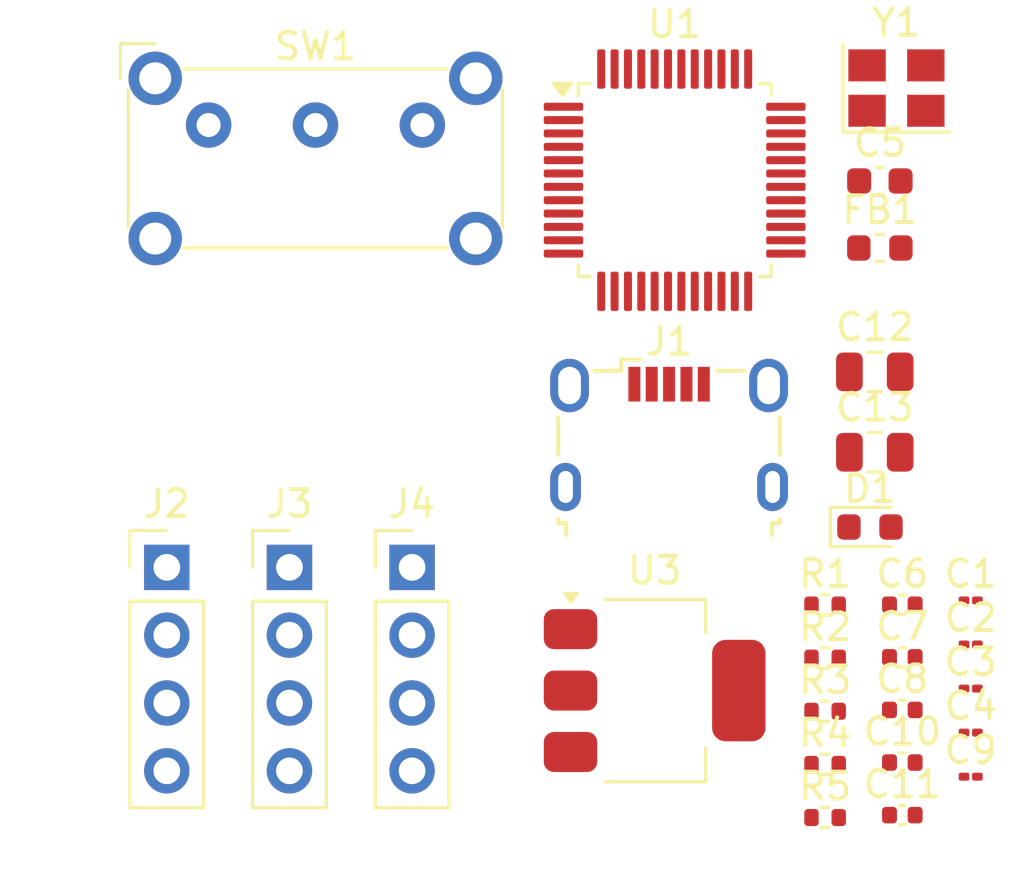
<source format=kicad_pcb>
(kicad_pcb (version 20241229) (generator "pcbnew") (generator_version "9.0")
  (layers (0 "F.Cu" signal) (2 "B.Cu" power) (13 "F.Paste" user) (15 "B.Paste" user) (5 "F.SilkS" user "F.Silkscreen") (7 "B.SilkS" user "B.Silkscreen") (1 "F.Mask" user) (3 "B.Mask" user) (25 "Edge.Cuts" user))
  (net 0 "")
  (net 1 "GND")
  (net 2 "+3.3V")
  (net 3 "+3.3VA")
  (net 4 "/ NRST")
  (net 5 "/HSE_IN")
  (net 6 "/HSE_OUT")
  (net 7 "VBUS")
  (net 8 "/POWER_LED_K")
  (net 11 "/USB_D-")
  (net 15 "/USB_D+")
  (net 16 "/SWDIO")
  (net 17 "/SWCLK")
  (net 18 "/USART1_RX")
  (net 19 "/USART1_TX")
  (net 20 "/I2C2_SDA")
  (net 21 "/I2C2_SCL")
  (net 22 "/BOOT0")
  (net 23 "/SW_BOOT0")
  (footprint "Capacitor_SMD:C_0402_1005Metric" (layer "F.Cu") (at 159.665 107.53)
    (property "Reference" "C7" (at 0 -1.16 0) (layer "F.SilkS"))
    (property "Value" "1u")
    (fp_line (start -0.107836 -0.36) (end 0.107836 -0.36) (stroke (width 0.12)) (layer "F.SilkS"))
    (fp_line (start -0.107836 0.36) (end 0.107836 0.36) (stroke (width 0.12)) (layer "F.SilkS"))
    (pad "1" smd roundrect (at -0.48 0) (size 0.56 0.62) (layers "F.Cu" "F.Mask" "F.Paste") (net 3 "+3.3VA"))
    (pad "2" smd roundrect (at 0.48 0) (size 0.56 0.62) (layers "F.Cu" "F.Mask" "F.Paste") (net 1 "GND"))
  )
  (footprint "Connector_PinHeader_2.54mm:PinHeader_1x04_P2.54mm_Vertical" (layer "F.Cu") (at 136.725 104.16)
    (property "Reference" "J3" (at 0 -2.38 0) (layer "F.SilkS"))
    (property "Value" "Conn_01x04_Pin")
    (fp_line (start -1.38 -1.38) (end 0 -1.38) (stroke (width 0.12)) (layer "F.SilkS"))
    (fp_line (start -1.38 0) (end -1.38 -1.38) (stroke (width 0.12)) (layer "F.SilkS"))
    (fp_line (start -1.38 1.27) (end -1.38 9) (stroke (width 0.12)) (layer "F.SilkS"))
    (fp_line (start -1.38 1.27) (end 1.38 1.27) (stroke (width 0.12)) (layer "F.SilkS"))
    (fp_line (start -1.38 9) (end 1.38 9) (stroke (width 0.12)) (layer "F.SilkS"))
    (fp_line (start 1.38 1.27) (end 1.38 9) (stroke (width 0.12)) (layer "F.SilkS"))
    (pad "1" thru_hole rect (at 0 0) (size 1.7 1.7) (drill 1) (layers "*.Cu" "*.Mask") (net 2 "+3.3V"))
    (pad "2" thru_hole circle (at 0 2.54) (size 1.7 1.7) (drill 1) (layers "*.Cu" "*.Mask") (net 18 "/USART1_RX"))
    (pad "3" thru_hole circle (at 0 5.08) (size 1.7 1.7) (drill 1) (layers "*.Cu" "*.Mask") (net 19 "/USART1_TX"))
    (pad "4" thru_hole circle (at 0 7.62) (size 1.7 1.7) (drill 1) (layers "*.Cu" "*.Mask") (net 1 "GND"))
  )
  (footprint "Resistor_SMD:R_0402_1005Metric" (layer "F.Cu") (at 156.775 113.53)
    (property "Reference" "R5" (at 0 -1.17 0) (layer "F.SilkS"))
    (property "Value" "1k5")
    (fp_line (start -0.153641 -0.38) (end 0.153641 -0.38) (stroke (width 0.12)) (layer "F.SilkS"))
    (fp_line (start -0.153641 0.38) (end 0.153641 0.38) (stroke (width 0.12)) (layer "F.SilkS"))
    (pad "1" smd roundrect (at -0.51 0) (size 0.54 0.64) (layers "F.Cu" "F.Mask" "F.Paste") (net 2 "+3.3V"))
    (pad "2" smd roundrect (at 0.51 0) (size 0.54 0.64) (layers "F.Cu" "F.Mask" "F.Paste") (net 21 "/I2C2_SCL"))
  )
  (footprint "Capacitor_SMD:C_0603_1608Metric" (layer "F.Cu") (at 158.825 89.69)
    (property "Reference" "C5" (at 0 -1.43 0) (layer "F.SilkS"))
    (property "Value" "10u")
    (fp_line (start -0.14058 -0.51) (end 0.14058 -0.51) (stroke (width 0.12)) (layer "F.SilkS"))
    (fp_line (start -0.14058 0.51) (end 0.14058 0.51) (stroke (width 0.12)) (layer "F.SilkS"))
    (pad "1" smd roundrect (at -0.775 0) (size 0.9 0.95) (layers "F.Cu" "F.Mask" "F.Paste") (net 2 "+3.3V"))
    (pad "2" smd roundrect (at 0.775 0) (size 0.9 0.95) (layers "F.Cu" "F.Mask" "F.Paste") (net 1 "GND"))
  )
  (footprint "Package_QFP:LQFP-48_7x7mm_P0.5mm" (layer "F.Cu") (at 151.145 89.66)
    (property "Reference" "U1" (at 0 -5.85 0) (layer "F.SilkS"))
    (property "Value" "STM32F103C8T6")
    (fp_line (start -3.61 -3.61) (end -3.61 -3.16) (stroke (width 0.12)) (layer "F.SilkS"))
    (fp_line (start -3.61 3.61) (end -3.61 3.16) (stroke (width 0.12)) (layer "F.SilkS"))
    (fp_line (start -3.16 -3.61) (end -3.61 -3.61) (stroke (width 0.12)) (layer "F.SilkS"))
    (fp_line (start -3.16 3.61) (end -3.61 3.61) (stroke (width 0.12)) (layer "F.SilkS"))
    (fp_line (start 3.16 -3.61) (end 3.61 -3.61) (stroke (width 0.12)) (layer "F.SilkS"))
    (fp_line (start 3.16 3.61) (end 3.61 3.61) (stroke (width 0.12)) (layer "F.SilkS"))
    (fp_line (start 3.61 -3.61) (end 3.61 -3.16) (stroke (width 0.12)) (layer "F.SilkS"))
    (fp_line (start 3.61 3.61) (end 3.61 3.16) (stroke (width 0.12)) (layer "F.SilkS"))
    (fp_poly (pts (xy -4.2 -3.16) (xy -4.54 -3.63) (xy -3.86 -3.63)) (stroke (width 0.12)) (fill yes) (layer "F.SilkS"))
    (pad "1" smd roundrect (at -4.1625 -2.75) (size 1.475 0.3) (layers "F.Cu" "F.Mask" "F.Paste") (net 2 "+3.3V"))
    (pad "2" smd roundrect (at -4.1625 -2.25) (size 1.475 0.3) (layers "F.Cu" "F.Mask" "F.Paste"))
    (pad "3" smd roundrect (at -4.1625 -1.75) (size 1.475 0.3) (layers "F.Cu" "F.Mask" "F.Paste"))
    (pad "4" smd roundrect (at -4.1625 -1.25) (size 1.475 0.3) (layers "F.Cu" "F.Mask" "F.Paste"))
    (pad "5" smd roundrect (at -4.1625 -0.75) (size 1.475 0.3) (layers "F.Cu" "F.Mask" "F.Paste") (net 5 "/HSE_IN"))
    (pad "6" smd roundrect (at -4.1625 -0.25) (size 1.475 0.3) (layers "F.Cu" "F.Mask" "F.Paste") (net 6 "/HSE_OUT"))
    (pad "7" smd roundrect (at -4.1625 0.25) (size 1.475 0.3) (layers "F.Cu" "F.Mask" "F.Paste") (net 4 "/ NRST"))
    (pad "8" smd roundrect (at -4.1625 0.75) (size 1.475 0.3) (layers "F.Cu" "F.Mask" "F.Paste") (net 1 "GND"))
    (pad "9" smd roundrect (at -4.1625 1.25) (size 1.475 0.3) (layers "F.Cu" "F.Mask" "F.Paste") (net 1 "GND"))
    (pad "10" smd roundrect (at -4.1625 1.75) (size 1.475 0.3) (layers "F.Cu" "F.Mask" "F.Paste"))
    (pad "11" smd roundrect (at -4.1625 2.25) (size 1.475 0.3) (layers "F.Cu" "F.Mask" "F.Paste"))
    (pad "12" smd roundrect (at -4.1625 2.75) (size 1.475 0.3) (layers "F.Cu" "F.Mask" "F.Paste"))
    (pad "13" smd roundrect (at -2.75 4.1625) (size 0.3 1.475) (layers "F.Cu" "F.Mask" "F.Paste"))
    (pad "14" smd roundrect (at -2.25 4.1625) (size 0.3 1.475) (layers "F.Cu" "F.Mask" "F.Paste"))
    (pad "15" smd roundrect (at -1.75 4.1625) (size 0.3 1.475) (layers "F.Cu" "F.Mask" "F.Paste"))
    (pad "16" smd roundrect (at -1.25 4.1625) (size 0.3 1.475) (layers "F.Cu" "F.Mask" "F.Paste"))
    (pad "17" smd roundrect (at -0.75 4.1625) (size 0.3 1.475) (layers "F.Cu" "F.Mask" "F.Paste"))
    (pad "18" smd roundrect (at -0.25 4.1625) (size 0.3 1.475) (layers "F.Cu" "F.Mask" "F.Paste"))
    (pad "19" smd roundrect (at 0.25 4.1625) (size 0.3 1.475) (layers "F.Cu" "F.Mask" "F.Paste"))
    (pad "20" smd roundrect (at 0.75 4.1625) (size 0.3 1.475) (layers "F.Cu" "F.Mask" "F.Paste"))
    (pad "21" smd roundrect (at 1.25 4.1625) (size 0.3 1.475) (layers "F.Cu" "F.Mask" "F.Paste") (net 21 "/I2C2_SCL"))
    (pad "22" smd roundrect (at 1.75 4.1625) (size 0.3 1.475) (layers "F.Cu" "F.Mask" "F.Paste") (net 20 "/I2C2_SDA"))
    (pad "23" smd roundrect (at 2.25 4.1625) (size 0.3 1.475) (layers "F.Cu" "F.Mask" "F.Paste") (net 1 "GND"))
    (pad "24" smd roundrect (at 2.75 4.1625) (size 0.3 1.475) (layers "F.Cu" "F.Mask" "F.Paste") (net 2 "+3.3V"))
    (pad "25" smd roundrect (at 4.1625 2.75) (size 1.475 0.3) (layers "F.Cu" "F.Mask" "F.Paste"))
    (pad "26" smd roundrect (at 4.1625 2.25) (size 1.475 0.3) (layers "F.Cu" "F.Mask" "F.Paste"))
    (pad "27" smd roundrect (at 4.1625 1.75) (size 1.475 0.3) (layers "F.Cu" "F.Mask" "F.Paste"))
    (pad "28" smd roundrect (at 4.1625 1.25) (size 1.475 0.3) (layers "F.Cu" "F.Mask" "F.Paste"))
    (pad "29" smd roundrect (at 4.1625 0.75) (size 1.475 0.3) (layers "F.Cu" "F.Mask" "F.Paste"))
    (pad "30" smd roundrect (at 4.1625 0.25) (size 1.475 0.3) (layers "F.Cu" "F.Mask" "F.Paste"))
    (pad "31" smd roundrect (at 4.1625 -0.25) (size 1.475 0.3) (layers "F.Cu" "F.Mask" "F.Paste"))
    (pad "32" smd roundrect (at 4.1625 -0.75) (size 1.475 0.3) (layers "F.Cu" "F.Mask" "F.Paste") (net 11 "/USB_D-"))
    (pad "33" smd roundrect (at 4.1625 -1.25) (size 1.475 0.3) (layers "F.Cu" "F.Mask" "F.Paste") (net 15 "/USB_D+"))
    (pad "34" smd roundrect (at 4.1625 -1.75) (size 1.475 0.3) (layers "F.Cu" "F.Mask" "F.Paste") (net 16 "/SWDIO"))
    (pad "35" smd roundrect (at 4.1625 -2.25) (size 1.475 0.3) (layers "F.Cu" "F.Mask" "F.Paste") (net 1 "GND"))
    (pad "36" smd roundrect (at 4.1625 -2.75) (size 1.475 0.3) (layers "F.Cu" "F.Mask" "F.Paste") (net 2 "+3.3V"))
    (pad "37" smd roundrect (at 2.75 -4.1625) (size 0.3 1.475) (layers "F.Cu" "F.Mask" "F.Paste") (net 17 "/SWCLK"))
    (pad "38" smd roundrect (at 2.25 -4.1625) (size 0.3 1.475) (layers "F.Cu" "F.Mask" "F.Paste"))
    (pad "39" smd roundrect (at 1.75 -4.1625) (size 0.3 1.475) (layers "F.Cu" "F.Mask" "F.Paste"))
    (pad "40" smd roundrect (at 1.25 -4.1625) (size 0.3 1.475) (layers "F.Cu" "F.Mask" "F.Paste"))
    (pad "41" smd roundrect (at 0.75 -4.1625) (size 0.3 1.475) (layers "F.Cu" "F.Mask" "F.Paste"))
    (pad "42" smd roundrect (at 0.25 -4.1625) (size 0.3 1.475) (layers "F.Cu" "F.Mask" "F.Paste") (net 19 "/USART1_TX"))
    (pad "43" smd roundrect (at -0.25 -4.1625) (size 0.3 1.475) (layers "F.Cu" "F.Mask" "F.Paste") (net 18 "/USART1_RX"))
    (pad "44" smd roundrect (at -0.75 -4.1625) (size 0.3 1.475) (layers "F.Cu" "F.Mask" "F.Paste") (net 22 "/BOOT0"))
    (pad "45" smd roundrect (at -1.25 -4.1625) (size 0.3 1.475) (layers "F.Cu" "F.Mask" "F.Paste"))
    (pad "46" smd roundrect (at -1.75 -4.1625) (size 0.3 1.475) (layers "F.Cu" "F.Mask" "F.Paste"))
    (pad "47" smd roundrect (at -2.25 -4.1625) (size 0.3 1.475) (layers "F.Cu" "F.Mask" "F.Paste") (net 1 "GND"))
    (pad "48" smd roundrect (at -2.75 -4.1625) (size 0.3 1.475) (layers "F.Cu" "F.Mask" "F.Paste") (net 2 "+3.3V"))
  )
  (footprint "Capacitor_SMD:C_0402_1005Metric" (layer "F.Cu") (at 159.665 111.47)
    (property "Reference" "C10" (at 0 -1.16 0) (layer "F.SilkS"))
    (property "Value" "10p")
    (fp_line (start -0.107836 -0.36) (end 0.107836 -0.36) (stroke (width 0.12)) (layer "F.SilkS"))
    (fp_line (start -0.107836 0.36) (end 0.107836 0.36) (stroke (width 0.12)) (layer "F.SilkS"))
    (pad "1" smd roundrect (at -0.48 0) (size 0.56 0.62) (layers "F.Cu" "F.Mask" "F.Paste") (net 5 "/HSE_IN"))
    (pad "2" smd roundrect (at 0.48 0) (size 0.56 0.62) (layers "F.Cu" "F.Mask" "F.Paste") (net 1 "GND"))
  )
  (footprint "Connector_USB:USB_Micro-B_Wuerth_629105150521" (layer "F.Cu") (at 150.935 99.2)
    (property "Reference" "J1" (at 0 -3.5 0) (layer "F.SilkS"))
    (property "Value" "USB_B_Micro")
    (fp_line (start -4.15 -0.65) (end -4.15 0.75) (stroke (width 0.15)) (layer "F.SilkS"))
    (fp_line (start -4.15 3.15) (end -4.15 3.3) (stroke (width 0.15)) (layer "F.SilkS"))
    (fp_line (start -4.15 3.3) (end -3.85 3.3) (stroke (width 0.15)) (layer "F.SilkS"))
    (fp_line (start -3.85 3.3) (end -3.85 3.75) (stroke (width 0.15)) (layer "F.SilkS"))
    (fp_line (start -1.8 -2.825) (end -1.8 -2.4) (stroke (width 0.15)) (layer "F.SilkS"))
    (fp_line (start -1.8 -2.4) (end -2.8 -2.4) (stroke (width 0.15)) (layer "F.SilkS"))
    (fp_line (start -1.075 -2.825) (end -1.8 -2.825) (stroke (width 0.15)) (layer "F.SilkS"))
    (fp_line (start 1.8 -2.4) (end 2.8 -2.4) (stroke (width 0.15)) (layer "F.SilkS"))
    (fp_line (start 3.85 3.3) (end 4.15 3.3) (stroke (width 0.15)) (layer "F.SilkS"))
    (fp_line (start 3.85 3.75) (end 3.85 3.3) (stroke (width 0.15)) (layer "F.SilkS"))
    (fp_line (start 4.15 0.75) (end 4.15 -0.65) (stroke (width 0.15)) (layer "F.SilkS"))
    (fp_line (start 4.15 3.3) (end 4.15 3.15) (stroke (width 0.15)) (layer "F.SilkS"))
    (pad "" np_thru_hole oval (at -2.5 -0.8) (size 0.8 0.8) (drill 0.8) (layers "*.Cu" "*.Mask"))
    (pad "" np_thru_hole oval (at 2.5 -0.8) (size 0.8 0.8) (drill 0.8) (layers "*.Cu" "*.Mask"))
    (pad "1" smd rect (at -1.3 -1.9) (size 0.45 1.3) (layers "F.Cu" "F.Mask" "F.Paste") (net 7 "VBUS"))
    (pad "2" smd rect (at -0.65 -1.9) (size 0.45 1.3) (layers "F.Cu" "F.Mask" "F.Paste") (net 11 "/USB_D-"))
    (pad "3" smd rect (at 0 -1.9) (size 0.45 1.3) (layers "F.Cu" "F.Mask" "F.Paste") (net 15 "/USB_D+"))
    (pad "4" smd rect (at 0.65 -1.9) (size 0.45 1.3) (layers "F.Cu" "F.Mask" "F.Paste"))
    (pad "5" smd rect (at 1.3 -1.9) (size 0.45 1.3) (layers "F.Cu" "F.Mask" "F.Paste") (net 1 "GND"))
    (pad "6" thru_hole oval (at -3.875 1.95) (size 1.15 1.8) (drill oval 0.55 1.2) (property pad_prop_heatsink) (layers "*.Cu" "*.Mask"))
    (pad "6" thru_hole oval (at -3.725 -1.85) (size 1.45 2) (drill oval 0.85 1.4) (property pad_prop_heatsink) (layers "*.Cu" "*.Mask"))
    (pad "6" thru_hole oval (at 3.725 -1.85) (size 1.45 2) (drill oval 0.85 1.4) (property pad_prop_heatsink) (layers "*.Cu" "*.Mask"))
    (pad "6" thru_hole oval (at 3.875 1.95) (size 1.15 1.8) (drill oval 0.55 1.2) (property pad_prop_heatsink) (layers "*.Cu" "*.Mask"))
  )
  (footprint "Resistor_SMD:R_0402_1005Metric" (layer "F.Cu") (at 156.775 107.56)
    (property "Reference" "R2" (at 0 -1.17 0) (layer "F.SilkS"))
    (property "Value" "1k5")
    (fp_line (start -0.153641 -0.38) (end 0.153641 -0.38) (stroke (width 0.12)) (layer "F.SilkS"))
    (fp_line (start -0.153641 0.38) (end 0.153641 0.38) (stroke (width 0.12)) (layer "F.SilkS"))
    (pad "1" smd roundrect (at -0.51 0) (size 0.54 0.64) (layers "F.Cu" "F.Mask" "F.Paste") (net 15 "/USB_D+"))
    (pad "2" smd roundrect (at 0.51 0) (size 0.54 0.64) (layers "F.Cu" "F.Mask" "F.Paste") (net 2 "+3.3V"))
  )
  (footprint "Package_TO_SOT_SMD:SOT-223-3_TabPin2" (layer "F.Cu") (at 150.395 108.775)
    (property "Reference" "U3" (at 0 -4.5 0) (layer "F.SilkS"))
    (property "Value" "AMS1117-3.3")
    (fp_line (start -1.85 -3.41) (end 1.91 -3.41) (stroke (width 0.12)) (layer "F.SilkS"))
    (fp_line (start -1.85 3.41) (end 1.91 3.41) (stroke (width 0.12)) (layer "F.SilkS"))
    (fp_line (start 1.91 -3.41) (end 1.91 -2.15) (stroke (width 0.12)) (layer "F.SilkS"))
    (fp_line (start 1.91 3.41) (end 1.91 2.15) (stroke (width 0.12)) (layer "F.SilkS"))
    (fp_poly (pts (xy -3.13 -3.31) (xy -3.37 -3.64) (xy -2.89 -3.64) (xy -3.13 -3.31)) (stroke (width 0.12)) (fill yes) (layer "F.SilkS"))
    (pad "1" smd roundrect (at -3.15 -2.3) (size 2 1.5) (layers "F.Cu" "F.Mask" "F.Paste") (net 1 "GND"))
    (pad "2" smd roundrect (at -3.15 0) (size 2 1.5) (layers "F.Cu" "F.Mask" "F.Paste") (net 2 "+3.3V"))
    (pad "2" smd roundrect (at 3.15 0) (size 2 3.8) (layers "F.Cu" "F.Mask" "F.Paste") (net 2 "+3.3V"))
    (pad "3" smd roundrect (at -3.15 2.3) (size 2 1.5) (layers "F.Cu" "F.Mask" "F.Paste") (net 7 "VBUS"))
  )
  (footprint "Button_Switch_THT:SW_E-Switch_EG1224_SPDT_Angled" (layer "F.Cu") (at 133.7 87.595)
    (property "Reference" "SW1" (at 4 -2.95 0) (layer "F.SilkS"))
    (property "Value" "SW_SPDT")
    (fp_line (start -3.3 -3.05) (end -2 -3.05) (stroke (width 0.12)) (layer "F.SilkS"))
    (fp_line (start -3.3 -1.75) (end -3.3 -3.05) (stroke (width 0.12)) (layer "F.SilkS"))
    (fp_line (start -3 3.85) (end -3 -1.35) (stroke (width 0.12)) (layer "F.SilkS"))
    (fp_line (start -0.95 -2.1) (end 8.95 -2.1) (stroke (width 0.12)) (layer "F.SilkS"))
    (fp_line (start 8.95 4.6) (end -0.95 4.6) (stroke (width 0.12)) (layer "F.SilkS"))
    (fp_line (start 11 -1.35) (end 11 3.85) (stroke (width 0.12)) (layer "F.SilkS"))
    (pad "" thru_hole circle (at -2 -1.75) (size 2 2) (drill 1.2) (layers "*.Cu" "*.Mask"))
    (pad "" thru_hole circle (at -2 4.25) (size 2 2) (drill 1.2) (layers "*.Cu" "*.Mask"))
    (pad "" thru_hole circle (at 10 -1.75) (size 2 2) (drill 1.2) (layers "*.Cu" "*.Mask"))
    (pad "" thru_hole circle (at 10 4.25) (size 2 2) (drill 1.2) (layers "*.Cu" "*.Mask"))
    (pad "1" thru_hole circle (at 0 0) (size 1.7 1.7) (drill 0.9) (layers "*.Cu" "*.Mask") (net 1 "GND"))
    (pad "2" thru_hole circle (at 4 0) (size 1.7 1.7) (drill 0.9) (layers "*.Cu" "*.Mask") (net 23 "/SW_BOOT0"))
    (pad "3" thru_hole circle (at 8 0) (size 1.7 1.7) (drill 0.9) (layers "*.Cu" "*.Mask") (net 2 "+3.3V"))
  )
  (footprint "Capacitor_SMD:C_01005_0402Metric" (layer "F.Cu") (at 162.225 110.35)
    (property "Reference" "C4" (at 0 -1 0) (layer "F.SilkS"))
    (property "Value" "100n")
    (pad "1" smd roundrect (at -0.25 0) (size 0.4 0.3) (layers "F.Cu" "F.Mask") (net 2 "+3.3V"))
    (pad "2" smd roundrect (at 0.25 0) (size 0.4 0.3) (layers "F.Cu" "F.Mask") (net 1 "GND"))
  )
  (footprint "Inductor_SMD:L_0603_1608Metric" (layer "F.Cu") (at 158.825 92.2)
    (property "Reference" "FB1" (at 0 -1.43 0) (layer "F.SilkS"))
    (property "Value" "120R")
    (fp_line (start -0.162779 -0.51) (end 0.162779 -0.51) (stroke (width 0.12)) (layer "F.SilkS"))
    (fp_line (start -0.162779 0.51) (end 0.162779 0.51) (stroke (width 0.12)) (layer "F.SilkS"))
    (pad "1" smd roundrect (at -0.7875 0) (size 0.875 0.95) (layers "F.Cu" "F.Mask" "F.Paste") (net 3 "+3.3VA"))
    (pad "2" smd roundrect (at 0.7875 0) (size 0.875 0.95) (layers "F.Cu" "F.Mask" "F.Paste") (net 2 "+3.3V"))
  )
  (footprint "Connector_PinHeader_2.54mm:PinHeader_1x04_P2.54mm_Vertical" (layer "F.Cu") (at 132.135 104.16)
    (property "Reference" "J2" (at 0 -2.38 0) (layer "F.SilkS"))
    (property "Value" "Conn_01x04_Pin")
    (fp_line (start -1.38 -1.38) (end 0 -1.38) (stroke (width 0.12)) (layer "F.SilkS"))
    (fp_line (start -1.38 0) (end -1.38 -1.38) (stroke (width 0.12)) (layer "F.SilkS"))
    (fp_line (start -1.38 1.27) (end -1.38 9) (stroke (width 0.12)) (layer "F.SilkS"))
    (fp_line (start -1.38 1.27) (end 1.38 1.27) (stroke (width 0.12)) (layer "F.SilkS"))
    (fp_line (start -1.38 9) (end 1.38 9) (stroke (width 0.12)) (layer "F.SilkS"))
    (fp_line (start 1.38 1.27) (end 1.38 9) (stroke (width 0.12)) (layer "F.SilkS"))
    (pad "1" thru_hole rect (at 0 0) (size 1.7 1.7) (drill 1) (layers "*.Cu" "*.Mask") (net 2 "+3.3V"))
    (pad "2" thru_hole circle (at 0 2.54) (size 1.7 1.7) (drill 1) (layers "*.Cu" "*.Mask") (net 16 "/SWDIO"))
    (pad "3" thru_hole circle (at 0 5.08) (size 1.7 1.7) (drill 1) (layers "*.Cu" "*.Mask") (net 17 "/SWCLK"))
    (pad "4" thru_hole circle (at 0 7.62) (size 1.7 1.7) (drill 1) (layers "*.Cu" "*.Mask") (net 1 "GND"))
  )
  (footprint "Capacitor_SMD:C_0402_1005Metric" (layer "F.Cu") (at 159.665 109.5)
    (property "Reference" "C8" (at 0 -1.16 0) (layer "F.SilkS"))
    (property "Value" "1u")
    (fp_line (start -0.107836 -0.36) (end 0.107836 -0.36) (stroke (width 0.12)) (layer "F.SilkS"))
    (fp_line (start -0.107836 0.36) (end 0.107836 0.36) (stroke (width 0.12)) (layer "F.SilkS"))
    (pad "1" smd roundrect (at -0.48 0) (size 0.56 0.62) (layers "F.Cu" "F.Mask" "F.Paste") (net 2 "+3.3V"))
    (pad "2" smd roundrect (at 0.48 0) (size 0.56 0.62) (layers "F.Cu" "F.Mask" "F.Paste") (net 1 "GND"))
  )
  (footprint "Capacitor_SMD:C_0805_2012Metric" (layer "F.Cu") (at 158.635 99.85)
    (property "Reference" "C13" (at 0 -1.68 0) (layer "F.SilkS"))
    (property "Value" "22u")
    (fp_line (start -0.261252 -0.735) (end 0.261252 -0.735) (stroke (width 0.12)) (layer "F.SilkS"))
    (fp_line (start -0.261252 0.735) (end 0.261252 0.735) (stroke (width 0.12)) (layer "F.SilkS"))
    (pad "1" smd roundrect (at -0.95 0) (size 1 1.45) (layers "F.Cu" "F.Mask" "F.Paste") (net 2 "+3.3V"))
    (pad "2" smd roundrect (at 0.95 0) (size 1 1.45) (layers "F.Cu" "F.Mask" "F.Paste") (net 1 "GND"))
  )
  (footprint "Capacitor_SMD:C_0805_2012Metric" (layer "F.Cu") (at 158.635 96.84)
    (property "Reference" "C12" (at 0 -1.68 0) (layer "F.SilkS"))
    (property "Value" "22u")
    (fp_line (start -0.261252 -0.735) (end 0.261252 -0.735) (stroke (width 0.12)) (layer "F.SilkS"))
    (fp_line (start -0.261252 0.735) (end 0.261252 0.735) (stroke (width 0.12)) (layer "F.SilkS"))
    (pad "1" smd roundrect (at -0.95 0) (size 1 1.45) (layers "F.Cu" "F.Mask" "F.Paste") (net 7 "VBUS"))
    (pad "2" smd roundrect (at 0.95 0) (size 1 1.45) (layers "F.Cu" "F.Mask" "F.Paste") (net 1 "GND"))
  )
  (footprint "Capacitor_SMD:C_01005_0402Metric" (layer "F.Cu") (at 162.225 108.7)
    (property "Reference" "C3" (at 0 -1 0) (layer "F.SilkS"))
    (property "Value" "100n")
    (pad "1" smd roundrect (at -0.25 0) (size 0.4 0.3) (layers "F.Cu" "F.Mask") (net 2 "+3.3V"))
    (pad "2" smd roundrect (at 0.25 0) (size 0.4 0.3) (layers "F.Cu" "F.Mask") (net 1 "GND"))
  )
  (footprint "Capacitor_SMD:C_01005_0402Metric" (layer "F.Cu") (at 162.225 107.05)
    (property "Reference" "C2" (at 0 -1 0) (layer "F.SilkS"))
    (property "Value" "100n")
    (pad "1" smd roundrect (at -0.25 0) (size 0.4 0.3) (layers "F.Cu" "F.Mask") (net 2 "+3.3V"))
    (pad "2" smd roundrect (at 0.25 0) (size 0.4 0.3) (layers "F.Cu" "F.Mask") (net 1 "GND"))
  )
  (footprint "Connector_PinHeader_2.54mm:PinHeader_1x04_P2.54mm_Vertical" (layer "F.Cu") (at 141.315 104.16)
    (property "Reference" "J4" (at 0 -2.38 0) (layer "F.SilkS"))
    (property "Value" "Conn_01x04_Pin")
    (fp_line (start -1.38 -1.38) (end 0 -1.38) (stroke (width 0.12)) (layer "F.SilkS"))
    (fp_line (start -1.38 0) (end -1.38 -1.38) (stroke (width 0.12)) (layer "F.SilkS"))
    (fp_line (start -1.38 1.27) (end -1.38 9) (stroke (width 0.12)) (layer "F.SilkS"))
    (fp_line (start -1.38 1.27) (end 1.38 1.27) (stroke (width 0.12)) (layer "F.SilkS"))
    (fp_line (start -1.38 9) (end 1.38 9) (stroke (width 0.12)) (layer "F.SilkS"))
    (fp_line (start 1.38 1.27) (end 1.38 9) (stroke (width 0.12)) (layer "F.SilkS"))
    (pad "1" thru_hole rect (at 0 0) (size 1.7 1.7) (drill 1) (layers "*.Cu" "*.Mask") (net 2 "+3.3V"))
    (pad "2" thru_hole circle (at 0 2.54) (size 1.7 1.7) (drill 1) (layers "*.Cu" "*.Mask") (net 20 "/I2C2_SDA"))
    (pad "3" thru_hole circle (at 0 5.08) (size 1.7 1.7) (drill 1) (layers "*.Cu" "*.Mask") (net 21 "/I2C2_SCL"))
    (pad "4" thru_hole circle (at 0 7.62) (size 1.7 1.7) (drill 1) (layers "*.Cu" "*.Mask") (net 1 "GND"))
  )
  (footprint "Capacitor_SMD:C_0402_1005Metric" (layer "F.Cu") (at 159.665 105.56)
    (property "Reference" "C6" (at 0 -1.16 0) (layer "F.SilkS"))
    (property "Value" "10n")
    (fp_line (start -0.107836 -0.36) (end 0.107836 -0.36) (stroke (width 0.12)) (layer "F.SilkS"))
    (fp_line (start -0.107836 0.36) (end 0.107836 0.36) (stroke (width 0.12)) (layer "F.SilkS"))
    (pad "1" smd roundrect (at -0.48 0) (size 0.56 0.62) (layers "F.Cu" "F.Mask" "F.Paste") (net 3 "+3.3VA"))
    (pad "2" smd roundrect (at 0.48 0) (size 0.56 0.62) (layers "F.Cu" "F.Mask" "F.Paste") (net 1 "GND"))
  )
  (footprint "Capacitor_SMD:C_01005_0402Metric" (layer "F.Cu") (at 162.225 112)
    (property "Reference" "C9" (at 0 -1 0) (layer "F.SilkS"))
    (property "Value" "100n")
    (pad "1" smd roundrect (at -0.25 0) (size 0.4 0.3) (layers "F.Cu" "F.Mask") (net 4 "/ NRST"))
    (pad "2" smd roundrect (at 0.25 0) (size 0.4 0.3) (layers "F.Cu" "F.Mask") (net 1 "GND"))
  )
  (footprint "Resistor_SMD:R_0402_1005Metric" (layer "F.Cu") (at 156.775 105.57)
    (property "Reference" "R1" (at 0 -1.17 0) (layer "F.SilkS"))
    (property "Value" "10k")
    (fp_line (start -0.153641 -0.38) (end 0.153641 -0.38) (stroke (width 0.12)) (layer "F.SilkS"))
    (fp_line (start -0.153641 0.38) (end 0.153641 0.38) (stroke (width 0.12)) (layer "F.SilkS"))
    (pad "1" smd roundrect (at -0.51 0) (size 0.54 0.64) (layers "F.Cu" "F.Mask" "F.Paste") (net 23 "/SW_BOOT0"))
    (pad "2" smd roundrect (at 0.51 0) (size 0.54 0.64) (layers "F.Cu" "F.Mask" "F.Paste") (net 22 "/BOOT0"))
  )
  (footprint "Resistor_SMD:R_0402_1005Metric" (layer "F.Cu") (at 156.775 111.54)
    (property "Reference" "R4" (at 0 -1.17 0) (layer "F.SilkS"))
    (property "Value" "1k5")
    (fp_line (start -0.153641 -0.38) (end 0.153641 -0.38) (stroke (width 0.12)) (layer "F.SilkS"))
    (fp_line (start -0.153641 0.38) (end 0.153641 0.38) (stroke (width 0.12)) (layer "F.SilkS"))
    (pad "1" smd roundrect (at -0.51 0) (size 0.54 0.64) (layers "F.Cu" "F.Mask" "F.Paste") (net 2 "+3.3V"))
    (pad "2" smd roundrect (at 0.51 0) (size 0.54 0.64) (layers "F.Cu" "F.Mask" "F.Paste") (net 20 "/I2C2_SDA"))
  )
  (footprint "Capacitor_SMD:C_01005_0402Metric" (layer "F.Cu") (at 162.225 105.4)
    (property "Reference" "C1" (at 0 -1 0) (layer "F.SilkS"))
    (property "Value" "100n")
    (pad "1" smd roundrect (at -0.25 0) (size 0.4 0.3) (layers "F.Cu" "F.Mask") (net 2 "+3.3V"))
    (pad "2" smd roundrect (at 0.25 0) (size 0.4 0.3) (layers "F.Cu" "F.Mask") (net 1 "GND"))
  )
  (footprint "LED_SMD:LED_0603_1608Metric" (layer "F.Cu") (at 158.455 102.65)
    (property "Reference" "D1" (at 0 -1.43 0) (layer "F.SilkS"))
    (property "Value" "RED")
    (fp_line (start -1.485 -0.735) (end -1.485 0.735) (stroke (width 0.12)) (layer "F.SilkS"))
    (fp_line (start -1.485 0.735) (end 0.8 0.735) (stroke (width 0.12)) (layer "F.SilkS"))
    (fp_line (start 0.8 -0.735) (end -1.485 -0.735) (stroke (width 0.12)) (layer "F.SilkS"))
    (pad "1" smd roundrect (at -0.7875 0) (size 0.875 0.95) (layers "F.Cu" "F.Mask" "F.Paste") (net 8 "/POWER_LED_K"))
    (pad "2" smd roundrect (at 0.7875 0) (size 0.875 0.95) (layers "F.Cu" "F.Mask" "F.Paste") (net 2 "+3.3V"))
  )
  (footprint "Resistor_SMD:R_0402_1005Metric" (layer "F.Cu") (at 156.775 109.55)
    (property "Reference" "R3" (at 0 -1.17 0) (layer "F.SilkS"))
    (property "Value" "1k5")
    (fp_line (start -0.153641 -0.38) (end 0.153641 -0.38) (stroke (width 0.12)) (layer "F.SilkS"))
    (fp_line (start -0.153641 0.38) (end 0.153641 0.38) (stroke (width 0.12)) (layer "F.SilkS"))
    (pad "1" smd roundrect (at -0.51 0) (size 0.54 0.64) (layers "F.Cu" "F.Mask" "F.Paste") (net 8 "/POWER_LED_K"))
    (pad "2" smd roundrect (at 0.51 0) (size 0.54 0.64) (layers "F.Cu" "F.Mask" "F.Paste") (net 1 "GND"))
  )
  (footprint "Capacitor_SMD:C_0402_1005Metric" (layer "F.Cu") (at 159.665 113.44)
    (property "Reference" "C11" (at 0 -1.16 0) (layer "F.SilkS"))
    (property "Value" "10p")
    (fp_line (start -0.107836 -0.36) (end 0.107836 -0.36) (stroke (width 0.12)) (layer "F.SilkS"))
    (fp_line (start -0.107836 0.36) (end 0.107836 0.36) (stroke (width 0.12)) (layer "F.SilkS"))
    (pad "1" smd roundrect (at -0.48 0) (size 0.56 0.62) (layers "F.Cu" "F.Mask" "F.Paste") (net 6 "/HSE_OUT"))
    (pad "2" smd roundrect (at 0.48 0) (size 0.56 0.62) (layers "F.Cu" "F.Mask" "F.Paste") (net 1 "GND"))
  )
  (footprint "Crystal:Crystal_SMD_3225-4Pin_3.2x2.5mm" (layer "F.Cu") (at 159.445 86.21)
    (property "Reference" "Y1" (at 0 -2.45 0) (layer "F.SilkS"))
    (property "Value" "16MHz")
    (fp_line (start -2 -1.65) (end -2 1.65) (stroke (width 0.12)) (layer "F.SilkS"))
    (fp_line (start -2 1.65) (end 2 1.65) (stroke (width 0.12)) (layer "F.SilkS"))
    (pad "1" smd rect (at -1.1 0.85) (size 1.4 1.2) (layers "F.Cu" "F.Mask" "F.Paste") (net 5 "/HSE_IN"))
    (pad "2" smd rect (at 1.1 0.85) (size 1.4 1.2) (layers "F.Cu" "F.Mask" "F.Paste") (net 1 "GND"))
    (pad "3" smd rect (at 1.1 -0.85) (size 1.4 1.2) (layers "F.Cu" "F.Mask" "F.Paste") (net 6 "/HSE_OUT"))
    (pad "4" smd rect (at -1.1 -0.85) (size 1.4 1.2) (layers "F.Cu" "F.Mask" "F.Paste") (net 1 "GND"))
  )
)
</source>
